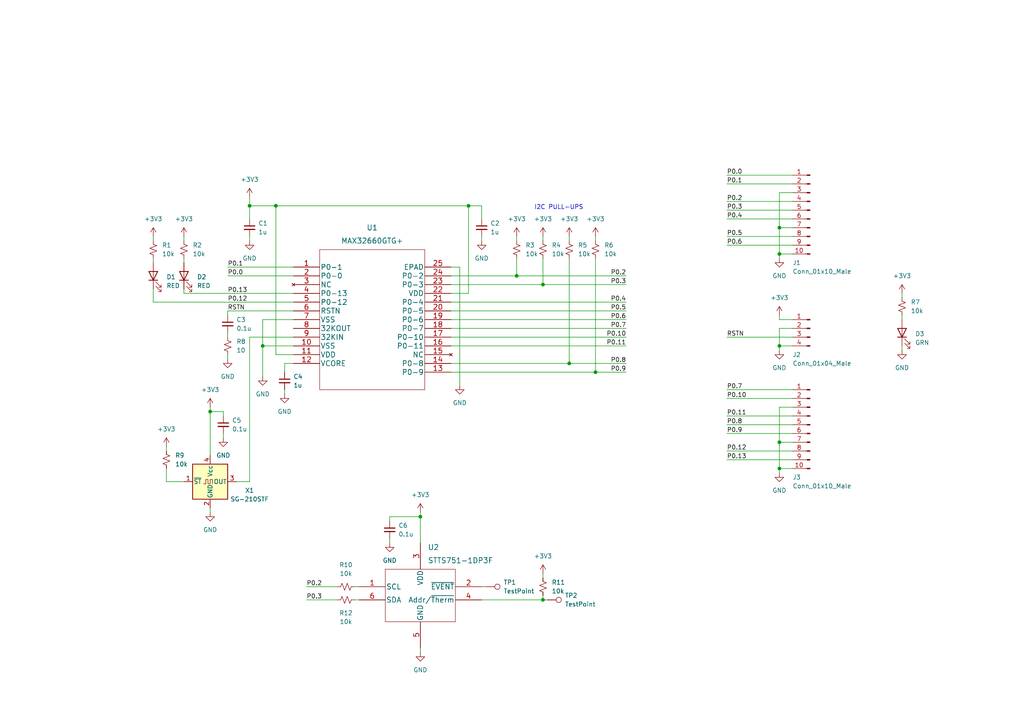
<source format=kicad_sch>
(kicad_sch (version 20211123) (generator eeschema)
  (paper "A4")
  (title_block (title "MAX32660 BREAKOUT") (date "3/14/2022") (rev "-"))
  (lib_symbols
    (symbol "Connector:Conn_01x04_Male" (pin_names (offset 1.016) hide)
      (property "Reference" "J" (at 0 5.08 0))
      (property "Value" "Conn_01x04_Male" (at 0 -7.62 0))
      (symbol "Conn_01x04_Male_1_1"
        (polyline (pts (xy 1.27 -5.08) (xy 0.8636 -5.08)) (stroke (width 0.1524)))
        (polyline (pts (xy 1.27 -2.54) (xy 0.8636 -2.54)) (stroke (width 0.1524)))
        (polyline (pts (xy 1.27 0) (xy 0.8636 0)) (stroke (width 0.1524)))
        (polyline (pts (xy 1.27 2.54) (xy 0.8636 2.54)) (stroke (width 0.1524)))
        (rectangle (start 0.8636 -4.953) (end 0 -5.207) (stroke (width 0.1524)) (fill (type outline)))
        (rectangle (start 0.8636 -2.413) (end 0 -2.667) (stroke (width 0.1524)) (fill (type outline)))
        (rectangle (start 0.8636 0.127) (end 0 -0.127) (stroke (width 0.1524)) (fill (type outline)))
        (rectangle (start 0.8636 2.667) (end 0 2.413) (stroke (width 0.1524)) (fill (type outline)))
        (pin passive line (at 5.08 2.54 180) (length 3.81) (name "Pin_1") (number "1"))
        (pin passive line (at 5.08 0 180) (length 3.81) (name "Pin_2") (number "2"))
        (pin passive line (at 5.08 -2.54 180) (length 3.81) (name "Pin_3") (number "3"))
        (pin passive line (at 5.08 -5.08 180) (length 3.81) (name "Pin_4") (number "4"))
      )
    )
    (symbol "Connector:Conn_01x10_Male" (pin_names (offset 1.016) hide)
      (property "Reference" "J" (at 0 12.7 0))
      (property "Value" "Conn_01x10_Male" (at 0 -15.24 0))
      (symbol "Conn_01x10_Male_1_1"
        (polyline (pts (xy 1.27 -12.7) (xy 0.8636 -12.7)) (stroke (width 0.1524)))
        (polyline (pts (xy 1.27 -10.16) (xy 0.8636 -10.16)) (stroke (width 0.1524)))
        (polyline (pts (xy 1.27 -7.62) (xy 0.8636 -7.62)) (stroke (width 0.1524)))
        (polyline (pts (xy 1.27 -5.08) (xy 0.8636 -5.08)) (stroke (width 0.1524)))
        (polyline (pts (xy 1.27 -2.54) (xy 0.8636 -2.54)) (stroke (width 0.1524)))
        (polyline (pts (xy 1.27 0) (xy 0.8636 0)) (stroke (width 0.1524)))
        (polyline (pts (xy 1.27 2.54) (xy 0.8636 2.54)) (stroke (width 0.1524)))
        (polyline (pts (xy 1.27 5.08) (xy 0.8636 5.08)) (stroke (width 0.1524)))
        (polyline (pts (xy 1.27 7.62) (xy 0.8636 7.62)) (stroke (width 0.1524)))
        (polyline (pts (xy 1.27 10.16) (xy 0.8636 10.16)) (stroke (width 0.1524)))
        (rectangle (start 0.8636 -12.573) (end 0 -12.827) (stroke (width 0.1524)) (fill (type outline)))
        (rectangle (start 0.8636 -10.033) (end 0 -10.287) (stroke (width 0.1524)) (fill (type outline)))
        (rectangle (start 0.8636 -7.493) (end 0 -7.747) (stroke (width 0.1524)) (fill (type outline)))
        (rectangle (start 0.8636 -4.953) (end 0 -5.207) (stroke (width 0.1524)) (fill (type outline)))
        (rectangle (start 0.8636 -2.413) (end 0 -2.667) (stroke (width 0.1524)) (fill (type outline)))
        (rectangle (start 0.8636 0.127) (end 0 -0.127) (stroke (width 0.1524)) (fill (type outline)))
        (rectangle (start 0.8636 2.667) (end 0 2.413) (stroke (width 0.1524)) (fill (type outline)))
        (rectangle (start 0.8636 5.207) (end 0 4.953) (stroke (width 0.1524)) (fill (type outline)))
        (rectangle (start 0.8636 7.747) (end 0 7.493) (stroke (width 0.1524)) (fill (type outline)))
        (rectangle (start 0.8636 10.287) (end 0 10.033) (stroke (width 0.1524)) (fill (type outline)))
        (pin passive line (at 5.08 10.16 180) (length 3.81) (name "Pin_1") (number "1"))
        (pin passive line (at 5.08 -12.7 180) (length 3.81) (name "Pin_10") (number "10"))
        (pin passive line (at 5.08 7.62 180) (length 3.81) (name "Pin_2") (number "2"))
        (pin passive line (at 5.08 5.08 180) (length 3.81) (name "Pin_3") (number "3"))
        (pin passive line (at 5.08 2.54 180) (length 3.81) (name "Pin_4") (number "4"))
        (pin passive line (at 5.08 0 180) (length 3.81) (name "Pin_5") (number "5"))
        (pin passive line (at 5.08 -2.54 180) (length 3.81) (name "Pin_6") (number "6"))
        (pin passive line (at 5.08 -5.08 180) (length 3.81) (name "Pin_7") (number "7"))
        (pin passive line (at 5.08 -7.62 180) (length 3.81) (name "Pin_8") (number "8"))
        (pin passive line (at 5.08 -10.16 180) (length 3.81) (name "Pin_9") (number "9"))
      )
    )
    (symbol "Connector:TestPoint" (pin_numbers hide) (pin_names (offset 0.762) hide)
      (property "Reference" "TP" (at 0 6.858 0))
      (property "Value" "TestPoint" (at 0 5.08 0))
      (symbol "TestPoint_0_1"
        (circle (center 0 3.302) (radius 0.762))
      )
      (symbol "TestPoint_1_1"
        (pin passive line (at 0 0 90) (length 2.54) (name "1") (number "1"))
      )
    )
    (symbol "Device:C_Small" (pin_numbers hide) (pin_names (offset 0.254) hide)
      (property "Reference" "C" (at 0.254 1.778 0))
      (property "Value" "C_Small" (at 0.254 -2.032 0))
      (symbol "C_Small_0_1"
        (polyline (pts (xy -1.524 -0.508) (xy 1.524 -0.508)) (stroke (width 0.3302)))
        (polyline (pts (xy -1.524 0.508) (xy 1.524 0.508)) (stroke (width 0.3048)))
      )
      (symbol "C_Small_1_1"
        (pin passive line (at 0 2.54 270) (length 2.032) (name "~") (number "1"))
        (pin passive line (at 0 -2.54 90) (length 2.032) (name "~") (number "2"))
      )
    )
    (symbol "Device:LED" (pin_numbers hide) (pin_names (offset 1.016) hide)
      (property "Reference" "D" (at 0 2.54 0))
      (property "Value" "LED" (at 0 -2.54 0))
      (symbol "LED_0_1"
        (polyline (pts (xy -1.27 -1.27) (xy -1.27 1.27)) (stroke (width 0.254)))
        (polyline (pts (xy -1.27 0) (xy 1.27 0)))
        (polyline (pts (xy 1.27 -1.27) (xy 1.27 1.27) (xy -1.27 0) (xy 1.27 -1.27)) (stroke (width 0.254)))
        (polyline (pts (xy -3.048 -0.762) (xy -4.572 -2.286) (xy -3.81 -2.286) (xy -4.572 -2.286) (xy -4.572 -1.524)))
        (polyline (pts (xy -1.778 -0.762) (xy -3.302 -2.286) (xy -2.54 -2.286) (xy -3.302 -2.286) (xy -3.302 -1.524)))
      )
      (symbol "LED_1_1"
        (pin passive line (at -3.81 0 0) (length 2.54) (name "K") (number "1"))
        (pin passive line (at 3.81 0 180) (length 2.54) (name "A") (number "2"))
      )
    )
    (symbol "Device:R_Small_US" (pin_numbers hide) (pin_names (offset 0.254) hide)
      (property "Reference" "R" (at 0.762 0.508 0))
      (property "Value" "R_Small_US" (at 0.762 -1.016 0))
      (symbol "R_Small_US_1_1"
        (polyline (pts (xy 0 0) (xy 1.016 -0.381) (xy 0 -0.762) (xy -1.016 -1.143) (xy 0 -1.524)))
        (polyline (pts (xy 0 1.524) (xy 1.016 1.143) (xy 0 0.762) (xy -1.016 0.381) (xy 0 0)))
        (pin passive line (at 0 2.54 270) (length 1.016) (name "~") (number "1"))
        (pin passive line (at 0 -2.54 90) (length 1.016) (name "~") (number "2"))
      )
    )
    (symbol "MAX32660:MAX32660GTG+" (pin_names (offset 0.254))
      (property "Reference" "U" (at 22.86 10.16 0))
      (property "Value" "MAX32660GTG+" (at 22.86 7.62 0))
      (symbol "MAX32660GTG+_1_1"
        (polyline (pts (xy 7.62 -35.56) (xy 38.1 -35.56)) (stroke (width 0.127)))
        (polyline (pts (xy 7.62 5.08) (xy 7.62 -35.56)) (stroke (width 0.127)))
        (polyline (pts (xy 38.1 -35.56) (xy 38.1 5.08)) (stroke (width 0.127)))
        (polyline (pts (xy 38.1 5.08) (xy 7.62 5.08)) (stroke (width 0.127)))
        (pin bidirectional line (at 0 0 0) (length 7.62) (name "P0-1") (number "1"))
        (pin power_in line (at 0 -22.86 0) (length 7.62) (name "VSS") (number "10"))
        (pin power_in line (at 0 -25.4 0) (length 7.62) (name "VDD") (number "11"))
        (pin unspecified line (at 0 -27.94 0) (length 7.62) (name "VCORE") (number "12"))
        (pin bidirectional line (at 45.72 -30.48 180) (length 7.62) (name "P0-9") (number "13"))
        (pin bidirectional line (at 45.72 -27.94 180) (length 7.62) (name "P0-8") (number "14"))
        (pin no_connect line (at 45.72 -25.4 180) (length 7.62) (name "NC") (number "15"))
        (pin bidirectional line (at 45.72 -22.86 180) (length 7.62) (name "P0-11") (number "16"))
        (pin bidirectional line (at 45.72 -20.32 180) (length 7.62) (name "P0-10") (number "17"))
        (pin bidirectional line (at 45.72 -17.78 180) (length 7.62) (name "P0-7") (number "18"))
        (pin bidirectional line (at 45.72 -15.24 180) (length 7.62) (name "P0-6") (number "19"))
        (pin bidirectional line (at 0 -2.54 0) (length 7.62) (name "P0-0") (number "2"))
        (pin bidirectional line (at 45.72 -12.7 180) (length 7.62) (name "P0-5") (number "20"))
        (pin bidirectional line (at 45.72 -10.16 180) (length 7.62) (name "P0-4") (number "21"))
        (pin power_in line (at 45.72 -7.62 180) (length 7.62) (name "VDD") (number "22"))
        (pin bidirectional line (at 45.72 -5.08 180) (length 7.62) (name "P0-3") (number "23"))
        (pin bidirectional line (at 45.72 -2.54 180) (length 7.62) (name "P0-2") (number "24"))
        (pin unspecified line (at 45.72 0 180) (length 7.62) (name "EPAD") (number "25"))
        (pin no_connect line (at 0 -5.08 0) (length 7.62) (name "NC") (number "3"))
        (pin bidirectional line (at 0 -7.62 0) (length 7.62) (name "P0-13") (number "4"))
        (pin bidirectional line (at 0 -10.16 0) (length 7.62) (name "P0-12") (number "5"))
        (pin unspecified line (at 0 -12.7 0) (length 7.62) (name "RSTN") (number "6"))
        (pin power_in line (at 0 -15.24 0) (length 7.62) (name "VSS") (number "7"))
        (pin output line (at 0 -17.78 0) (length 7.62) (name "32KOUT") (number "8"))
        (pin bidirectional line (at 0 -20.32 0) (length 7.62) (name "32KIN") (number "9"))
      )
    )
    (symbol "Oscillator:SG-210STF" (pin_names (offset 0.254))
      (property "Reference" "X" (at -5.08 6.35 0))
      (property "Value" "SG-210STF" (at 1.27 -6.35 0))
      (symbol "SG-210STF_0_1"
        (rectangle (start -5.08 5.08) (end 5.08 -5.08) (stroke (width 0.254)) (fill (type background)))
        (polyline (pts (xy -1.905 -0.635) (xy -1.27 -0.635) (xy -1.27 0.635) (xy -0.635 0.635) (xy -0.635 -0.635) (xy 0 -0.635) (xy 0 0.635) (xy 0.635 0.635) (xy 0.635 -0.635)))
      )
      (symbol "SG-210STF_1_1"
        (pin input line (at -7.62 0 0) (length 2.54) (name "~{ST}") (number "1"))
        (pin power_in line (at 0 -7.62 90) (length 2.54) (name "GND") (number "2"))
        (pin output line (at 7.62 0 180) (length 2.54) (name "OUT") (number "3"))
        (pin power_in line (at 0 7.62 270) (length 2.54) (name "Vcc") (number "4"))
      )
    )
    (symbol "User_Lib:STTS751-1DP3F" (pin_names (offset 0.254))
      (property "Reference" "U" (at 1.27 1.27 0))
      (property "Value" "STTS751-1DP3F" (at 11.43 -16.51 0))
      (symbol "STTS751-1DP3F_1_1"
        (polyline (pts (xy 0 -15.24) (xy 20.32 -15.24)) (stroke (width 0.127)))
        (polyline (pts (xy 0 0) (xy 0 -15.24)) (stroke (width 0.127)))
        (polyline (pts (xy 20.32 -15.24) (xy 20.32 0)) (stroke (width 0.127)))
        (polyline (pts (xy 20.32 0) (xy 0 0)) (stroke (width 0.127)))
        (pin input line (at -7.62 -5.08 0) (length 7.62) (name "SCL") (number "1"))
        (pin output line (at 27.94 -5.08 180) (length 7.62) (name "~{EVENT}") (number "2"))
        (pin power_in line (at 10.16 7.62 270) (length 7.62) (name "VDD") (number "3"))
        (pin output line (at 27.94 -8.89 180) (length 7.62) (name "Addr/~{Therm}") (number "4"))
        (pin power_in line (at 10.16 -22.86 90) (length 7.62) (name "GND") (number "5"))
        (pin bidirectional line (at -7.62 -8.89 0) (length 7.62) (name "SDA") (number "6"))
      )
    )
    (symbol "power:+3V3" (power) (pin_names (offset 0))
      (property "Value" "+3V3" (at 0 3.556 0))
      (symbol "+3V3_0_1"
        (polyline (pts (xy -0.762 1.27) (xy 0 2.54)))
        (polyline (pts (xy 0 0) (xy 0 2.54)))
        (polyline (pts (xy 0 2.54) (xy 0.762 1.27)))
      )
      (symbol "+3V3_1_1"
        (pin power_in line (at 0 0 90) (length 0) hide (name "+3V3") (number "1"))
      )
    )
    (symbol "power:GND" (power) (pin_names (offset 0))
      (property "Value" "GND" (at 0 -3.81 0))
      (symbol "GND_0_1"
        (polyline (pts (xy 0 0) (xy 0 -1.27) (xy 1.27 -1.27) (xy 0 -2.54) (xy -1.27 -1.27) (xy 0 -1.27)))
      )
      (symbol "GND_1_1"
        (pin power_in line (at 0 0 270) (length 0) hide (name "GND") (number "1"))
      )
    )
  )
  (junction (at 72.39 59.69))
  (junction (at 149.86 80.01))
  (junction (at 172.72 107.95))
  (junction (at 157.48 82.55))
  (junction (at 226.06 128.27))
  (junction (at 60.96 119.38))
  (junction (at 226.06 100.33))
  (junction (at 135.89 59.69))
  (junction (at 226.06 66.04))
  (junction (at 165.1 105.41))
  (junction (at 80.01 59.69))
  (junction (at 76.2 100.33))
  (junction (at 226.06 73.66))
  (junction (at 226.06 135.89))
  (junction (at 157.48 173.99))
  (junction (at 121.92 149.86))
  (wire (pts (xy 66.04 90.17) (xy 85.09 90.17)))
  (wire (pts (xy 210.82 53.34) (xy 229.87 53.34)))
  (wire (pts (xy 226.06 118.11) (xy 229.87 118.11)))
  (wire (pts (xy 130.81 95.25) (xy 181.61 95.25)))
  (wire (pts (xy 66.04 77.47) (xy 85.09 77.47)))
  (wire (pts (xy 130.81 105.41) (xy 165.1 105.41)))
  (wire (pts (xy 210.82 130.81) (xy 229.87 130.81)))
  (wire (pts (xy 210.82 133.35) (xy 229.87 133.35)))
  (wire (pts (xy 139.7 68.58) (xy 139.7 69.85)))
  (wire (pts (xy 82.55 105.41) (xy 85.09 105.41)))
  (wire (pts (xy 88.9 170.18) (xy 97.79 170.18)))
  (wire (pts (xy 48.26 139.7) (xy 53.34 139.7)))
  (wire (pts (xy 102.87 170.18) (xy 104.14 170.18)))
  (wire (pts (xy 130.81 90.17) (xy 181.61 90.17)))
  (wire (pts (xy 139.7 59.69) (xy 139.7 63.5)))
  (wire (pts (xy 121.92 149.86) (xy 121.92 157.48)))
  (wire (pts (xy 226.06 74.93) (xy 226.06 73.66)))
  (wire (pts (xy 261.62 91.44) (xy 261.62 92.71)))
  (wire (pts (xy 121.92 148.59) (xy 121.92 149.86)))
  (wire (pts (xy 210.82 58.42) (xy 229.87 58.42)))
  (wire (pts (xy 157.48 74.93) (xy 157.48 82.55)))
  (wire (pts (xy 66.04 102.87) (xy 66.04 104.14)))
  (wire (pts (xy 149.86 80.01) (xy 181.61 80.01)))
  (wire (pts (xy 226.06 135.89) (xy 226.06 137.16)))
  (wire (pts (xy 88.9 173.99) (xy 97.79 173.99)))
  (wire (pts (xy 130.81 107.95) (xy 172.72 107.95)))
  (wire (pts (xy 210.82 71.12) (xy 229.87 71.12)))
  (wire (pts (xy 66.04 96.52) (xy 66.04 97.79)))
  (wire (pts (xy 85.09 100.33) (xy 76.2 100.33)))
  (wire (pts (xy 226.06 118.11) (xy 226.06 128.27)))
  (wire (pts (xy 165.1 68.58) (xy 165.1 69.85)))
  (wire (pts (xy 53.34 85.09) (xy 85.09 85.09)))
  (wire (pts (xy 226.06 73.66) (xy 229.87 73.66)))
  (wire (pts (xy 172.72 74.93) (xy 172.72 107.95)))
  (wire (pts (xy 130.81 92.71) (xy 181.61 92.71)))
  (wire (pts (xy 157.48 68.58) (xy 157.48 69.85)))
  (wire (pts (xy 226.06 95.25) (xy 229.87 95.25)))
  (wire (pts (xy 53.34 68.58) (xy 53.34 69.85)))
  (wire (pts (xy 157.48 173.99) (xy 157.48 172.72)))
  (wire (pts (xy 130.81 97.79) (xy 181.61 97.79)))
  (wire (pts (xy 210.82 63.5) (xy 229.87 63.5)))
  (wire (pts (xy 139.7 170.18) (xy 140.97 170.18)))
  (wire (pts (xy 76.2 92.71) (xy 76.2 100.33)))
  (wire (pts (xy 135.89 59.69) (xy 139.7 59.69)))
  (wire (pts (xy 210.82 68.58) (xy 229.87 68.58)))
  (wire (pts (xy 53.34 83.82) (xy 53.34 85.09)))
  (wire (pts (xy 44.45 76.2) (xy 44.45 74.93)))
  (wire (pts (xy 64.77 119.38) (xy 64.77 120.65)))
  (wire (pts (xy 130.81 80.01) (xy 149.86 80.01)))
  (wire (pts (xy 130.81 85.09) (xy 135.89 85.09)))
  (wire (pts (xy 72.39 97.79) (xy 85.09 97.79)))
  (wire (pts (xy 226.06 100.33) (xy 226.06 95.25)))
  (wire (pts (xy 157.48 173.99) (xy 158.75 173.99)))
  (wire (pts (xy 133.35 77.47) (xy 133.35 111.76)))
  (wire (pts (xy 226.06 66.04) (xy 229.87 66.04)))
  (wire (pts (xy 135.89 59.69) (xy 135.89 85.09)))
  (wire (pts (xy 60.96 119.38) (xy 60.96 132.08)))
  (wire (pts (xy 165.1 105.41) (xy 181.61 105.41)))
  (wire (pts (xy 72.39 59.69) (xy 80.01 59.69)))
  (wire (pts (xy 80.01 59.69) (xy 135.89 59.69)))
  (wire (pts (xy 113.03 149.86) (xy 113.03 151.13)))
  (wire (pts (xy 172.72 107.95) (xy 181.61 107.95)))
  (wire (pts (xy 60.96 118.11) (xy 60.96 119.38)))
  (wire (pts (xy 157.48 166.37) (xy 157.48 167.64)))
  (wire (pts (xy 66.04 90.17) (xy 66.04 91.44)))
  (wire (pts (xy 226.06 92.71) (xy 229.87 92.71)))
  (wire (pts (xy 48.26 135.89) (xy 48.26 139.7)))
  (wire (pts (xy 226.06 128.27) (xy 226.06 135.89)))
  (wire (pts (xy 226.06 135.89) (xy 229.87 135.89)))
  (wire (pts (xy 72.39 139.7) (xy 72.39 97.79)))
  (wire (pts (xy 210.82 50.8) (xy 229.87 50.8)))
  (wire (pts (xy 82.55 113.03) (xy 82.55 114.3)))
  (wire (pts (xy 226.06 91.44) (xy 226.06 92.71)))
  (wire (pts (xy 149.86 68.58) (xy 149.86 69.85)))
  (wire (pts (xy 113.03 149.86) (xy 121.92 149.86)))
  (wire (pts (xy 226.06 101.6) (xy 226.06 100.33)))
  (wire (pts (xy 226.06 128.27) (xy 229.87 128.27)))
  (wire (pts (xy 157.48 82.55) (xy 181.61 82.55)))
  (wire (pts (xy 226.06 73.66) (xy 226.06 66.04)))
  (wire (pts (xy 66.04 80.01) (xy 85.09 80.01)))
  (wire (pts (xy 113.03 156.21) (xy 113.03 157.48)))
  (wire (pts (xy 64.77 119.38) (xy 60.96 119.38)))
  (wire (pts (xy 210.82 120.65) (xy 229.87 120.65)))
  (wire (pts (xy 85.09 102.87) (xy 80.01 102.87)))
  (wire (pts (xy 210.82 97.79) (xy 229.87 97.79)))
  (wire (pts (xy 72.39 68.58) (xy 72.39 69.85)))
  (wire (pts (xy 121.92 187.96) (xy 121.92 189.23)))
  (wire (pts (xy 130.81 100.33) (xy 181.61 100.33)))
  (wire (pts (xy 53.34 76.2) (xy 53.34 74.93)))
  (wire (pts (xy 226.06 55.88) (xy 229.87 55.88)))
  (wire (pts (xy 210.82 60.96) (xy 229.87 60.96)))
  (wire (pts (xy 130.81 77.47) (xy 133.35 77.47)))
  (wire (pts (xy 82.55 107.95) (xy 82.55 105.41)))
  (wire (pts (xy 44.45 87.63) (xy 85.09 87.63)))
  (wire (pts (xy 210.82 113.03) (xy 229.87 113.03)))
  (wire (pts (xy 210.82 125.73) (xy 229.87 125.73)))
  (wire (pts (xy 48.26 129.54) (xy 48.26 130.81)))
  (wire (pts (xy 149.86 74.93) (xy 149.86 80.01)))
  (wire (pts (xy 68.58 139.7) (xy 72.39 139.7)))
  (wire (pts (xy 76.2 100.33) (xy 76.2 109.22)))
  (wire (pts (xy 261.62 85.09) (xy 261.62 86.36)))
  (wire (pts (xy 80.01 59.69) (xy 80.01 102.87)))
  (wire (pts (xy 139.7 173.99) (xy 157.48 173.99)))
  (wire (pts (xy 60.96 147.32) (xy 60.96 148.59)))
  (wire (pts (xy 261.62 100.33) (xy 261.62 101.6)))
  (wire (pts (xy 210.82 123.19) (xy 229.87 123.19)))
  (wire (pts (xy 72.39 59.69) (xy 72.39 57.15)))
  (wire (pts (xy 64.77 125.73) (xy 64.77 127)))
  (wire (pts (xy 130.81 87.63) (xy 181.61 87.63)))
  (wire (pts (xy 72.39 63.5) (xy 72.39 59.69)))
  (wire (pts (xy 130.81 82.55) (xy 157.48 82.55)))
  (wire (pts (xy 172.72 68.58) (xy 172.72 69.85)))
  (wire (pts (xy 44.45 83.82) (xy 44.45 87.63)))
  (wire (pts (xy 85.09 92.71) (xy 76.2 92.71)))
  (wire (pts (xy 210.82 115.57) (xy 229.87 115.57)))
  (wire (pts (xy 226.06 66.04) (xy 226.06 55.88)))
  (wire (pts (xy 226.06 100.33) (xy 229.87 100.33)))
  (wire (pts (xy 44.45 68.58) (xy 44.45 69.85)))
  (wire (pts (xy 102.87 173.99) (xy 104.14 173.99)))
  (wire (pts (xy 165.1 74.93) (xy 165.1 105.41)))
  (text "I2C PULL-UPS" (at 154.94 60.96 0) (effects (font (size 1.27 1.27)) (justify left bottom)))
  (label "P0.10" (at 181.61 97.79 180))
  (label "P0.7" (at 181.61 95.25 180))
  (label "P0.13" (at 210.82 133.35 0))
  (label "P0.0" (at 210.82 50.8 0))
  (label "RSTN" (at 66.04 90.17 0))
  (label "RSTN" (at 210.82 97.79 0))
  (label "P0.4" (at 210.82 63.5 0))
  (label "P0.8" (at 210.82 123.19 0))
  (label "P0.4" (at 181.61 87.63 180))
  (label "P0.6" (at 210.82 71.12 0))
  (label "P0.1" (at 210.82 53.34 0))
  (label "P0.7" (at 210.82 113.03 0))
  (label "P0.5" (at 210.82 68.58 0))
  (label "P0.2" (at 88.9 170.18 0))
  (label "P0.2" (at 210.82 58.42 0))
  (label "P0.12" (at 66.04 87.63 0))
  (label "P0.3" (at 210.82 60.96 0))
  (label "P0.10" (at 210.82 115.57 0))
  (label "P0.6" (at 181.61 92.71 180))
  (label "P0.11" (at 181.61 100.33 180))
  (label "P0.3" (at 88.9 173.99 0))
  (label "P0.3" (at 181.61 82.55 180))
  (label "P0.1" (at 66.04 77.47 0))
  (label "P0.9" (at 210.82 125.73 0))
  (label "P0.11" (at 210.82 120.65 0))
  (label "P0.8" (at 181.61 105.41 180))
  (label "P0.5" (at 181.61 90.17 180))
  (label "P0.13" (at 66.04 85.09 0))
  (label "P0.9" (at 181.61 107.95 180))
  (label "P0.2" (at 181.61 80.01 180))
  (label "P0.12" (at 210.82 130.81 0))
  (label "P0.0" (at 66.04 80.01 0))
  (symbol (lib_id "power:+3V3") (at 53.34 68.58 0) (unit 1)
    (property "Reference" "#PWR03" (effects hide))
    (property "Value" "+3V3" (at 53.34 63.5 0))
  )
  (symbol (lib_id "Device:C_Small") (at 64.77 123.19 0) (unit 1)
    (property "Reference" "C5" (at 67.31 121.9262 0) (effects (justify left)))
    (property "Value" "0.1u" (at 67.31 124.4662 0) (effects (justify left)))
    (property "Footprint" "Capacitor_SMD:C_0402_1005Metric" (effects hide))
  )
  (symbol (lib_id "Device:R_Small_US") (at 100.33 170.18 90) (unit 1)
    (property "Reference" "R10" (at 100.33 163.83 90))
    (property "Value" "10k" (at 100.33 166.37 90))
    (property "Footprint" "Resistor_SMD:R_0402_1005Metric" (effects hide))
  )
  (symbol (lib_id "Device:LED") (at 44.45 80.01 90) (unit 1)
    (property "Reference" "D1" (at 48.26 80.3274 90) (effects (justify right)))
    (property "Value" "RED" (at 48.26 82.8674 90) (effects (justify right)))
    (property "Footprint" "LED_SMD:LED_0402_1005Metric" (effects hide))
  )
  (symbol (lib_id "Device:R_Small_US") (at 149.86 72.39 0) (unit 1)
    (property "Reference" "R3" (at 152.4 71.1199 0) (effects (justify left)))
    (property "Value" "10k" (at 152.4 73.6599 0) (effects (justify left)))
    (property "Footprint" "Resistor_SMD:R_0402_1005Metric" (effects hide))
  )
  (symbol (lib_id "power:+3V3") (at 157.48 166.37 0) (unit 1)
    (property "Reference" "#PWR026" (effects hide))
    (property "Value" "+3V3" (at 157.48 161.29 0))
  )
  (symbol (lib_id "power:GND") (at 226.06 137.16 0) (unit 1)
    (property "Reference" "#PWR022" (effects hide))
    (property "Value" "GND" (at 226.06 142.24 0))
  )
  (symbol (lib_id "power:GND") (at 261.62 101.6 0) (unit 1)
    (property "Reference" "#PWR014" (effects hide))
    (property "Value" "GND" (at 261.62 106.68 0))
  )
  (symbol (lib_id "Device:C_Small") (at 72.39 66.04 0) (unit 1)
    (property "Reference" "C1" (at 74.93 64.7762 0) (effects (justify left)))
    (property "Value" "1u" (at 74.93 67.3162 0) (effects (justify left)))
    (property "Footprint" "Capacitor_SMD:C_0402_1005Metric" (effects hide))
  )
  (symbol (lib_id "power:+3V3") (at 48.26 129.54 0) (unit 1)
    (property "Reference" "#PWR021" (effects hide))
    (property "Value" "+3V3" (at 48.26 124.46 0))
  )
  (symbol (lib_id "MAX32660:MAX32660GTG+") (at 85.09 77.47 0) (unit 1)
    (property "Reference" "U1" (at 107.95 66.04 0) (effects (font (size 1.524 1.524))))
    (property "Value" "MAX32660GTG+" (at 107.95 69.85 0) (effects (font (size 1.524 1.524))))
    (property "Footprint" "footprints:MAX32660GTG&plus_" (effects hide))
  )
  (symbol (lib_id "power:GND") (at 113.03 157.48 0) (unit 1)
    (property "Reference" "#PWR025" (effects hide))
    (property "Value" "GND" (at 113.03 162.56 0))
  )
  (symbol (lib_id "Device:R_Small_US") (at 165.1 72.39 0) (unit 1)
    (property "Reference" "R5" (at 167.64 71.1199 0) (effects (justify left)))
    (property "Value" "10k" (at 167.64 73.6599 0) (effects (justify left)))
    (property "Footprint" "Resistor_SMD:R_0402_1005Metric" (effects hide))
  )
  (symbol (lib_id "power:+3V3") (at 165.1 68.58 0) (unit 1)
    (property "Reference" "#PWR06" (effects hide))
    (property "Value" "+3V3" (at 165.1 63.5 0))
  )
  (symbol (lib_id "Connector:Conn_01x10_Male") (at 234.95 123.19 0) (mirror y) (unit 1)
    (property "Reference" "J3" (at 229.87 138.43 0) (effects (justify right)))
    (property "Value" "Conn_01x10_Male" (at 229.87 140.97 0) (effects (justify right)))
    (property "Footprint" "Connector_PinHeader_2.54mm:PinHeader_1x10_P2.54mm_Vertical" (effects hide))
  )
  (symbol (lib_id "User_Lib:STTS751-1DP3F") (at 111.76 165.1 0) (unit 1)
    (property "Reference" "U2" (at 124.0651 158.75 0) (effects (font (size 1.524 1.524)) (justify left)))
    (property "Value" "STTS751-1DP3F" (at 124.0651 162.56 0) (effects (font (size 1.524 1.524)) (justify left)))
    (property "Footprint" "footprints:UDFN-6L" (effects hide))
  )
  (symbol (lib_id "power:GND") (at 72.39 69.85 0) (unit 1)
    (property "Reference" "#PWR08" (effects hide))
    (property "Value" "GND" (at 72.39 74.93 0))
  )
  (symbol (lib_id "Device:R_Small_US") (at 100.33 173.99 90) (unit 1)
    (property "Reference" "R12" (at 100.33 177.8 90))
    (property "Value" "10k" (at 100.33 180.34 90))
    (property "Footprint" "Resistor_SMD:R_0402_1005Metric" (effects hide))
  )
  (symbol (lib_id "Connector:TestPoint") (at 140.97 170.18 270) (unit 1)
    (property "Reference" "TP1" (at 146.05 168.9099 90) (effects (justify left)))
    (property "Value" "TestPoint" (at 146.05 171.4499 90) (effects (justify left)))
    (property "Footprint" "TestPoint:TestPoint_Keystone_5015_Micro-Minature" (effects hide))
  )
  (symbol (lib_id "Device:C_Small") (at 139.7 66.04 0) (unit 1)
    (property "Reference" "C2" (at 142.24 64.7762 0) (effects (justify left)))
    (property "Value" "1u" (at 142.24 67.3162 0) (effects (justify left)))
    (property "Footprint" "Capacitor_SMD:C_0402_1005Metric" (effects hide))
  )
  (symbol (lib_id "power:GND") (at 60.96 148.59 0) (unit 1)
    (property "Reference" "#PWR023" (effects hide))
    (property "Value" "GND" (at 60.96 153.67 0))
  )
  (symbol (lib_id "power:+3V3") (at 226.06 91.44 0) (unit 1)
    (property "Reference" "#PWR012" (effects hide))
    (property "Value" "+3V3" (at 226.06 86.36 0))
  )
  (symbol (lib_id "Device:R_Small_US") (at 157.48 170.18 0) (unit 1)
    (property "Reference" "R11" (at 160.02 168.9099 0) (effects (justify left)))
    (property "Value" "10k" (at 160.02 171.4499 0) (effects (justify left)))
    (property "Footprint" "Resistor_SMD:R_0402_1005Metric" (effects hide))
  )
  (symbol (lib_id "Device:R_Small_US") (at 172.72 72.39 0) (unit 1)
    (property "Reference" "R6" (at 175.26 71.1199 0) (effects (justify left)))
    (property "Value" "10k" (at 175.26 73.6599 0) (effects (justify left)))
    (property "Footprint" "Resistor_SMD:R_0402_1005Metric" (effects hide))
  )
  (symbol (lib_id "Device:R_Small_US") (at 261.62 88.9 0) (unit 1)
    (property "Reference" "R7" (at 264.16 87.6299 0) (effects (justify left)))
    (property "Value" "10k" (at 264.16 90.1699 0) (effects (justify left)))
    (property "Footprint" "Resistor_SMD:R_0402_1005Metric" (effects hide))
  )
  (symbol (lib_id "power:GND") (at 226.06 101.6 0) (unit 1)
    (property "Reference" "#PWR013" (effects hide))
    (property "Value" "GND" (at 226.06 106.68 0))
  )
  (symbol (lib_id "power:GND") (at 64.77 127 0) (unit 1)
    (property "Reference" "#PWR020" (effects hide))
    (property "Value" "GND" (at 64.77 132.08 0))
  )
  (symbol (lib_id "Connector:Conn_01x10_Male") (at 234.95 60.96 0) (mirror y) (unit 1)
    (property "Reference" "J1" (at 229.87 76.2 0) (effects (justify right)))
    (property "Value" "Conn_01x10_Male" (at 229.87 78.74 0) (effects (justify right)))
    (property "Footprint" "Connector_PinHeader_2.54mm:PinHeader_1x10_P2.54mm_Vertical" (effects hide))
  )
  (symbol (lib_id "power:GND") (at 82.55 114.3 0) (unit 1)
    (property "Reference" "#PWR018" (effects hide))
    (property "Value" "GND" (at 82.55 119.38 0))
  )
  (symbol (lib_id "Device:LED") (at 261.62 96.52 90) (unit 1)
    (property "Reference" "D3" (at 265.43 96.8374 90) (effects (justify right)))
    (property "Value" "GRN" (at 265.43 99.3774 90) (effects (justify right)))
    (property "Footprint" "LED_SMD:LED_0402_1005Metric" (effects hide))
  )
  (symbol (lib_id "power:+3V3") (at 149.86 68.58 0) (unit 1)
    (property "Reference" "#PWR04" (effects hide))
    (property "Value" "+3V3" (at 149.86 63.5 0))
  )
  (symbol (lib_id "power:+3V3") (at 72.39 57.15 0) (unit 1)
    (property "Reference" "#PWR01" (effects hide))
    (property "Value" "+3V3" (at 72.39 52.07 0))
  )
  (symbol (lib_id "power:GND") (at 76.2 109.22 0) (unit 1)
    (property "Reference" "#PWR016" (effects hide))
    (property "Value" "GND" (at 76.2 114.3 0))
  )
  (symbol (lib_id "Device:R_Small_US") (at 53.34 72.39 0) (unit 1)
    (property "Reference" "R2" (at 55.88 71.1199 0) (effects (justify left)))
    (property "Value" "10k" (at 55.88 73.6599 0) (effects (justify left)))
    (property "Footprint" "Resistor_SMD:R_0402_1005Metric" (effects hide))
  )
  (symbol (lib_id "power:GND") (at 66.04 104.14 0) (unit 1)
    (property "Reference" "#PWR015" (effects hide))
    (property "Value" "GND" (at 66.04 109.22 0))
  )
  (symbol (lib_id "power:GND") (at 139.7 69.85 0) (unit 1)
    (property "Reference" "#PWR09" (effects hide))
    (property "Value" "GND" (at 139.7 74.93 0))
  )
  (symbol (lib_id "Connector:TestPoint") (at 158.75 173.99 270) (unit 1)
    (property "Reference" "TP2" (at 163.83 172.7199 90) (effects (justify left)))
    (property "Value" "TestPoint" (at 163.83 175.2599 90) (effects (justify left)))
    (property "Footprint" "TestPoint:TestPoint_Keystone_5015_Micro-Minature" (effects hide))
  )
  (symbol (lib_id "Connector:Conn_01x04_Male") (at 234.95 95.25 0) (mirror y) (unit 1)
    (property "Reference" "J2" (at 229.87 102.87 0) (effects (justify right)))
    (property "Value" "Conn_01x04_Male" (at 229.87 105.41 0) (effects (justify right)))
    (property "Footprint" "Connector_PinHeader_2.54mm:PinHeader_1x04_P2.54mm_Vertical" (effects hide))
  )
  (symbol (lib_id "Device:R_Small_US") (at 44.45 72.39 0) (unit 1)
    (property "Reference" "R1" (at 46.99 71.1199 0) (effects (justify left)))
    (property "Value" "10k" (at 46.99 73.6599 0) (effects (justify left)))
    (property "Footprint" "Resistor_SMD:R_0402_1005Metric" (effects hide))
  )
  (symbol (lib_id "Device:R_Small_US") (at 157.48 72.39 0) (unit 1)
    (property "Reference" "R4" (at 160.02 71.1199 0) (effects (justify left)))
    (property "Value" "10k" (at 160.02 73.6599 0) (effects (justify left)))
    (property "Footprint" "Resistor_SMD:R_0402_1005Metric" (effects hide))
  )
  (symbol (lib_id "power:GND") (at 226.06 74.93 0) (unit 1)
    (property "Reference" "#PWR010" (effects hide))
    (property "Value" "GND" (at 226.06 80.01 0))
  )
  (symbol (lib_id "power:GND") (at 121.92 189.23 0) (unit 1)
    (property "Reference" "#PWR027" (effects hide))
    (property "Value" "GND" (at 121.92 194.31 0))
  )
  (symbol (lib_id "Device:C_Small") (at 113.03 153.67 0) (unit 1)
    (property "Reference" "C6" (at 115.57 152.4062 0) (effects (justify left)))
    (property "Value" "0.1u" (at 115.57 154.9462 0) (effects (justify left)))
    (property "Footprint" "Capacitor_SMD:C_0402_1005Metric" (effects hide))
  )
  (symbol (lib_id "power:+3V3") (at 121.92 148.59 0) (unit 1)
    (property "Reference" "#PWR024" (effects hide))
    (property "Value" "+3V3" (at 121.92 143.51 0))
  )
  (symbol (lib_id "Device:R_Small_US") (at 66.04 100.33 0) (unit 1)
    (property "Reference" "R8" (at 68.58 99.0599 0) (effects (justify left)))
    (property "Value" "10" (at 68.58 101.5999 0) (effects (justify left)))
    (property "Footprint" "Resistor_SMD:R_0402_1005Metric" (effects hide))
  )
  (symbol (lib_id "power:+3V3") (at 157.48 68.58 0) (unit 1)
    (property "Reference" "#PWR05" (effects hide))
    (property "Value" "+3V3" (at 157.48 63.5 0))
  )
  (symbol (lib_id "power:+3V3") (at 44.45 68.58 0) (unit 1)
    (property "Reference" "#PWR02" (effects hide))
    (property "Value" "+3V3" (at 44.45 63.5 0))
  )
  (symbol (lib_id "power:+3V3") (at 261.62 85.09 0) (unit 1)
    (property "Reference" "#PWR011" (effects hide))
    (property "Value" "+3V3" (at 261.62 80.01 0))
  )
  (symbol (lib_id "Device:LED") (at 53.34 80.01 90) (unit 1)
    (property "Reference" "D2" (at 57.15 80.3274 90) (effects (justify right)))
    (property "Value" "RED" (at 57.15 82.8674 90) (effects (justify right)))
    (property "Footprint" "LED_SMD:LED_0402_1005Metric" (effects hide))
  )
  (symbol (lib_id "Device:C_Small") (at 82.55 110.49 0) (unit 1)
    (property "Reference" "C4" (at 85.09 109.2262 0) (effects (justify left)))
    (property "Value" "1u" (at 85.09 111.7662 0) (effects (justify left)))
    (property "Footprint" "Capacitor_SMD:C_0402_1005Metric" (effects hide))
  )
  (symbol (lib_id "Device:C_Small") (at 66.04 93.98 0) (unit 1)
    (property "Reference" "C3" (at 68.58 92.7162 0) (effects (justify left)))
    (property "Value" "0.1u" (at 68.58 95.2562 0) (effects (justify left)))
    (property "Footprint" "Capacitor_SMD:C_0402_1005Metric" (effects hide))
  )
  (symbol (lib_id "power:+3V3") (at 172.72 68.58 0) (unit 1)
    (property "Reference" "#PWR07" (effects hide))
    (property "Value" "+3V3" (at 172.72 63.5 0))
  )
  (symbol (lib_id "power:+3V3") (at 60.96 118.11 0) (unit 1)
    (property "Reference" "#PWR019" (effects hide))
    (property "Value" "+3V3" (at 60.96 113.03 0))
  )
  (symbol (lib_id "Device:R_Small_US") (at 48.26 133.35 0) (unit 1)
    (property "Reference" "R9" (at 50.8 132.0799 0) (effects (justify left)))
    (property "Value" "10k" (at 50.8 134.6199 0) (effects (justify left)))
    (property "Footprint" "Resistor_SMD:R_0402_1005Metric" (effects hide))
  )
  (symbol (lib_id "Oscillator:SG-210STF") (at 60.96 139.7 0) (unit 1)
    (property "Reference" "X1" (at 72.39 142.24 0))
    (property "Value" "SG-210STF" (at 72.39 144.78 0))
    (property "Footprint" "Oscillator:Oscillator_SMD_SeikoEpson_SG210-4Pin_2.5x2.0mm" (effects hide))
    (property "Datasheet" "https://support.epson.biz/td/api/doc_check.php?mode=dl&lang=en&Parts=SG-210STF" (effects hide))
  )
  (symbol (lib_id "power:GND") (at 133.35 111.76 0) (unit 1)
    (property "Reference" "#PWR017" (effects hide))
    (property "Value" "GND" (at 133.35 116.84 0))
  )
)
</source>
